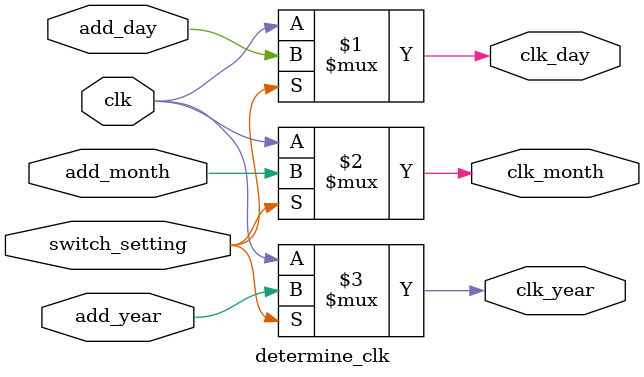
<source format=v>
module determine_clk(
  output clk_day,
  output clk_month,
  output clk_year,
    
  input add_day,
  input add_month,
  input add_year,
  
  input  switch_setting,
  
  input  clk
);

  assign clk_day   = (switch_setting) ? (add_day)   : (clk);
  assign clk_month = (switch_setting) ? (add_month) : (clk);
  assign clk_year  = (switch_setting) ? (add_year ) : (clk);

endmodule

</source>
